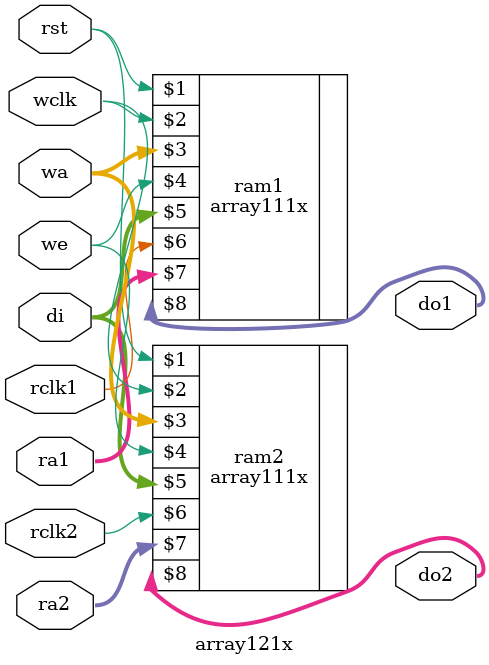
<source format=v>

(* keep_hierarchy = "yes" *) module array121x (rst,wclk,wa,we,di,rclk1,ra1,do1,rclk2,ra2,do2);

parameter ADDRBIT = 9;
parameter DEPTH = 512;
parameter WIDTH = 32;
parameter TYPE = "AUTO";
parameter MAXDEPTH = 0;
parameter NUMCLK= 1;// 1 is one clock domain, 2 is two clock domain

input               rst;
input               wclk;
input [ADDRBIT-1:0] wa;
input               we;
input [WIDTH-1:0]   di;
input               rclk1;
input [ADDRBIT-1:0] ra1;
output [WIDTH-1:0]  do1;
input               rclk2;
input [ADDRBIT-1:0] ra2;
output [WIDTH-1:0]  do2;

array111x #(ADDRBIT,DEPTH,WIDTH,TYPE,MAXDEPTH) ram1 (rst,wclk,wa,we,di,rclk1,ra1,do1);
array111x #(ADDRBIT,DEPTH,WIDTH,TYPE,MAXDEPTH) ram2 (rst,wclk,wa,we,di,rclk2,ra2,do2);

endmodule


</source>
